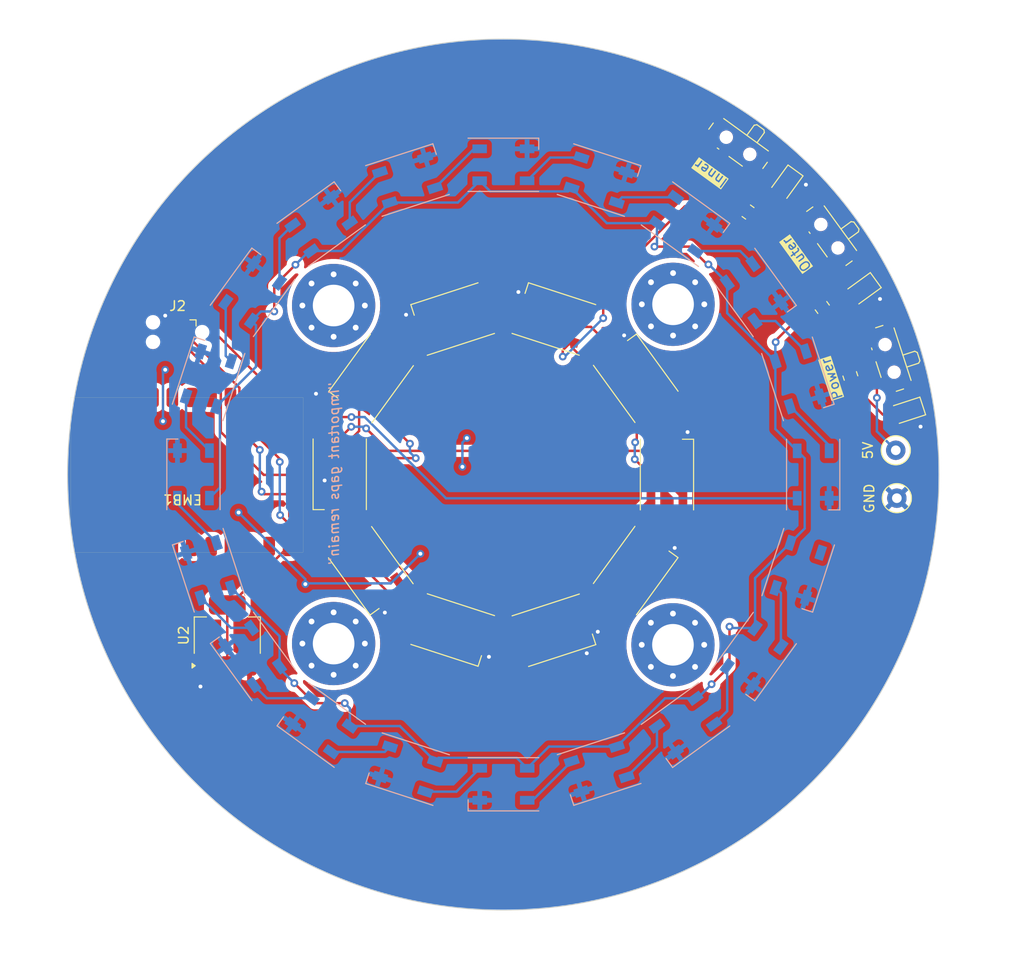
<source format=kicad_pcb>
(kicad_pcb (version 20240108) (generator "pcbnew") (generator_version "8.0")
  (layers (0 "F.Cu" signal) (31 "B.Cu" signal) (34 "B.Paste" user) (35 "F.Paste" user) (36 "B.SilkS" user "B.Silkscreen") (37 "F.SilkS" user "F.Silkscreen") (38 "B.Mask" user) (39 "F.Mask" user) (44 "Edge.Cuts" user))
  (net 0 "")
  (net 2 "+5V")
  (net 3 "Net-(D1-DOUT)")
  (net 4 "GND")
  (net 5 "/large_ring")
  (net 6 "Net-(D2-DOUT)")
  (net 7 "Net-(D3-DOUT)")
  (net 8 "Net-(D4-DOUT)")
  (net 9 "Net-(D5-DOUT)")
  (net 10 "Net-(D6-DOUT)")
  (net 11 "Net-(D7-DOUT)")
  (net 12 "Net-(D8-DOUT)")
  (net 13 "Net-(D10-DIN)")
  (net 14 "Net-(D10-DOUT)")
  (net 15 "Net-(D11-DOUT)")
  (net 16 "Net-(D12-DOUT)")
  (net 17 "Net-(D13-DOUT)")
  (net 18 "Net-(D14-DOUT)")
  (net 19 "Net-(D15-DOUT)")
  (net 20 "Net-(D16-DOUT)")
  (net 21 "Net-(D17-DOUT)")
  (net 22 "Net-(D18-DOUT)")
  (net 23 "Net-(D19-DOUT)")
  (net 24 "Net-(D21-DOUT)")
  (net 25 "/small_ring")
  (net 26 "Net-(D22-DOUT)")
  (net 27 "Net-(D23-DOUT)")
  (net 28 "Net-(D24-DOUT)")
  (net 29 "Net-(D25-DOUT)")
  (net 30 "Net-(D26-DOUT)")
  (net 31 "Net-(D27-DOUT)")
  (net 32 "Net-(D28-DOUT)")
  (net 33 "Net-(D29-DOUT)")
  (net 35 "Net-(D1-VDD)")
  (net 36 "Net-(SW1-Pad1)")
  (net 37 "Net-(D21-VDD)")
  (net 38 "Net-(D33-A)")
  (net 39 "Net-(D31-A)")
  (net 40 "Net-(D32-A)")
  (net 55 "3.3V")
  (net 56 "Net-(EMB1-SWD_IO)")
  (net 57 "Net-(EMB1-SWD_CLK)")
  (net 59 "Net-(EMB1-#RESET)")
  (footprint "LED_SMD:LED_0805_2012Metric_Pad1.15x1.40mm_HandSolder" (layer "F.Cu") (at 179.084 50.085 -126)
    (property "Reference" "D32" (hide yes))
    (property "Value" "LED")
  )
  (footprint "Button_Switch_SMD:SW_SPDT_PCM12" (layer "F.Cu") (at 189.583147 68.095922 108)
    (property "Reference" "Power")
    (property "Value" "SW_DIP_x01")
  )
  (footprint "LED_SMD:LED_0805_2012Metric_Pad1.15x1.40mm_HandSolder" (layer "F.Cu") (at 186.958 61.007 -144)
    (property "Reference" "D31" (hide yes))
    (property "Value" "LED")
  )
  (footprint "LED_SMD:LED_WS2812B_PLCC4_5.0x5.0mm_P3.2mm" (layer "F.Cu") (at 155.232516 96.084199 18)
    (property "Reference" "D29" (hide yes))
    (property "Value" "WS2812B")
  )
  (footprint "MountingHole:MountingHole_4.3mm_M4_Pad_Via" (layer "F.Cu") (at 132.480581 97.461581 90)
    (property "Reference" "H3" (hide yes))
    (property "Value" "MountingHole")
  )
  (footprint "MountingHole:MountingHole_4.3mm_M4_Pad_Via" (layer "F.Cu") (at 167.521419 97.588581 90)
    (property "Reference" "H4" (hide yes))
    (property "Value" "MountingHole")
  )
  (footprint "Library:EMB1082" (layer "F.Cu") (at 116.8775 80.03 180)
    (property "Reference" "EMB1")
    (property "Value" "~")
  )
  (footprint "Button_Switch_SMD:SW_SPDT_PCM12" (layer "F.Cu") (at 183.411617 55.563615 126)
    (property "Reference" "SW2" (hide yes))
    (property "Value" "SW_DIP_x01")
  )
  (footprint "LED_SMD:LED_WS2812B_PLCC4_5.0x5.0mm_P3.2mm" (layer "F.Cu") (at 144.775633 96.06084 -18)
    (property "Reference" "D28" (hide yes))
    (property "Value" "WS2812B")
  )
  (footprint "LED_SMD:LED_WS2812B_PLCC4_5.0x5.0mm_P3.2mm" (layer "F.Cu") (at 136.349149 70.082211 -126)
    (property "Reference" "D25" (hide yes))
    (property "Value" "WS2812B")
  )
  (footprint "LED_SMD:LED_WS2812B_PLCC4_5.0x5.0mm_P3.2mm" (layer "F.Cu") (at 155.224257 63.928698 162)
    (property "Reference" "D23" (hide yes))
    (property "Value" "WS2812B")
  )
  (footprint "Package_TO_SOT_SMD:SOT-223-3_TabPin2" (layer "F.Cu") (at 121.5 96.62 90)
    (property "Reference" "U2")
    (property "Value" "LD1117S33TR_SOT223")
  )
  (footprint "LED_SMD:LED_WS2812B_PLCC4_5.0x5.0mm_P3.2mm" (layer "F.Cu") (at 144.770988 63.931218 -162)
    (property "Reference" "D24" (hide yes))
    (property "Value" "WS2812B")
  )
  (footprint "LED_SMD:LED_WS2812B_PLCC4_5.0x5.0mm_P3.2mm" (layer "F.Cu") (at 163.677959 70.052059 126)
    (property "Reference" "D22" (hide yes))
    (property "Value" "WS2812B")
  )
  (footprint "LED_SMD:LED_WS2812B_PLCC4_5.0x5.0mm_P3.2mm" (layer "F.Cu") (at 136.320852 89.942249 -54)
    (property "Reference" "D27" (hide yes))
    (property "Value" "WS2812B")
  )
  (footprint "Resistor_SMD:R_0805_2012Metric_Pad1.20x1.40mm_HandSolder" (layer "F.Cu") (at 175.274 52.879 144)
    (property "Reference" "R8" (hide yes))
    (property "Value" "150")
  )
  (footprint "Resistor_SMD:R_0805_2012Metric_Pad1.20x1.40mm_HandSolder" (layer "F.Cu") (at 185.84 69.81 108)
    (property "Reference" "R1" (hide yes))
    (property "Value" "150")
  )
  (footprint "LED_SMD:LED_0805_2012Metric_Pad1.15x1.40mm_HandSolder" (layer "F.Cu") (at 191.545165 73.486742 -162)
    (property "Reference" "D33" (hide yes))
    (property "Value" "LED")
  )
  (footprint "MountingHole:MountingHole_4.3mm_M4_Pad_Via" (layer "F.Cu") (at 167.532581 62.409581 90)
    (property "Reference" "H2" (hide yes))
    (property "Value" "MountingHole")
  )
  (footprint "TestPoint:TestPoint_Loop_D1.80mm_Drill1.0mm_Beaded" (layer "F.Cu") (at 190.53 77.49)
    (property "Reference" "5V")
    (property "Value" "TestPoint")
  )
  (footprint "Connector:Tag-Connect_TC2030-IDC-NL_2x03_P1.27mm_Vertical" (layer "F.Cu") (at 116.37 65.285 180)
    (property "Reference" "J2")
    (property "Value" "Conn_ARM_SWD_TagConnect_TC2030-NL")
  )
  (footprint "MountingHole:MountingHole_4.3mm_M4_Pad_Via" (layer "F.Cu") (at 132.480581 62.536581 90)
    (property "Reference" "H1" (hide yes))
    (property "Value" "MountingHole")
  )
  (footprint "Button_Switch_SMD:SW_SPDT_PCM12" (layer "F.Cu") (at 174.04956 46.292551 144)
    (property "Reference" "SW3" (hide yes))
    (property "Value" "SW_DIP_x01")
  )
  (footprint "TestPoint:TestPoint_Loop_D1.80mm_Drill1.0mm_Beaded" (layer "F.Cu") (at 190.64 82.44)
    (property "Reference" "GND")
    (property "Value" "TestPoint")
  )
  (footprint "LED_SMD:LED_WS2812B_PLCC4_5.0x5.0mm_P3.2mm" (layer "F.Cu") (at 166.9 80 90)
    (property "Reference" "D21" (hide yes))
    (property "Value" "WS2812B")
  )
  (footprint "Resistor_SMD:R_0805_2012Metric_Pad1.20x1.40mm_HandSolder" (layer "F.Cu") (at 182.941215 62.737983 126)
    (property "Reference" "R7" (hide yes))
    (property "Value" "150")
  )
  (footprint "LED_SMD:LED_WS2812B_PLCC4_5.0x5.0mm_P3.2mm" (layer "F.Cu") (at 133.110886 79.973211 -90)
    (property "Reference" "D26" (hide yes))
    (property "Value" "WS2812B")
  )
  (footprint "LED_SMD:LED_WS2812B_PLCC4_5.0x5.0mm_P3.2mm" (layer "F.Cu") (at 163.673257 89.918084 54)
    (property "Reference" "D30" (hide yes))
    (property "Value" "WS2812B")
  )
  (footprint "LED_SMD:LED_WS2812B_PLCC4_5.0x5.0mm_P3.2mm" (layer "B.Cu") (at 118.006579 79.979224 90)
    (property "Reference" "D11" (hide yes))
    (property "Value" "WS2812B")
  )
  (footprint "LED_SMD:LED_WS2812B_PLCC4_5.0x5.0mm_P3.2mm" (layer "B.Cu") (at 168.818431 105.892092 -144)
    (property "Reference" "D18" (hide yes))
    (property "Value" "WS2812B")
  )
  (footprint "LED_SMD:LED_WS2812B_PLCC4_5.0x5.0mm_P3.2mm" (layer "B.Cu") (at 150.020908 111.998802 180)
    (property "Reference" "D16" (hide yes))
    (property "Value" "WS2812B")
  )
  (footprint "LED_SMD:LED_WS2812B_PLCC4_5.0x5.0mm_P3.2mm" (layer "B.Cu") (at 124.114096 61.171261 54)
    (property "Reference" "D9" (hide yes))
    (property "Value" "WS2812B")
  )
  (footprint "LED_SMD:LED_WS2812B_PLCC4_5.0x5.0mm_P3.2mm" (layer "B.Cu") (at 119.568762 70.107767 72)
    (property "Reference" "D10" (hide yes))
    (property "Value" "WS2812B")
  )
  (footprint "LED_SMD:LED_WS2812B_PLCC4_5.0x5.0mm_P3.2mm" (layer "B.Cu") (at 159.900703 110.427648 -162)
    (property "Reference" "D17" (hide yes))
    (property "Value" "WS2812B")
  )
  (footprint "LED_SMD:LED_WS2812B_PLCC4_5.0x5.0mm_P3.2mm" (layer "B.Cu") (at 175.894367 98.807184 -126)
    (property "Reference" "D19" (hide yes))
    (property "Value" "WS2812B")
  )
  (footprint "LED_SMD:LED_WS2812B_PLCC4_5.0x5.0mm_P3.2mm" (layer "B.Cu") (at 119.578079 89.887779 108)
    (property "Reference" "D12" (hide yes))
    (property "Value" "WS2812B")
  )
  (footprint "LED_SMD:LED_WS2812B_PLCC4_5.0x5.0mm_P3.2mm" (layer "B.Cu") (at 131.207587 105.880556 144)
    (property "Reference" "D14" (hide yes))
    (property "Value" "WS2812B")
  )
  (footprint "LED_SMD:LED_WS2812B_PLCC4_5.0x5.0mm_P3.2mm" (layer "B.Cu") (at 131.197189 54.12273 36)
    (property "Reference" "D8" (hide yes))
    (property "Value" "WS2812B")
  )
  (footprint "LED_SMD:LED_WS2812B_PLCC4_5.0x5.0mm_P3.2mm" (layer "B.Cu") (at 175.891378 61.188946 -54)
    (property "Reference" "D3" (hide yes))
    (property "Value" "WS2812B")
  )
  (footprint "LED_SMD:LED_WS2812B_PLCC4_5.0x5.0mm_P3.2mm" (layer "B.Cu") (at 140.118157 110.435208 162)
    (property "Reference" "D15" (hide yes))
    (property "Value" "WS2812B")
  )
  (footprint "LED_SMD:LED_WS2812B_PLCC4_5.0x5.0mm_P3.2mm" (layer "B.Cu") (at 168.821277 54.12969 -36)
    (property "Reference" "D4" (hide yes))
    (property "Value" "WS2812B")
  )
  (footprint "LED_SMD:LED_WS2812B_PLCC4_5.0x5.0mm_P3.2mm" (layer "B.Cu") (at 140.106636 49.569893 18)
    (property "Reference" "D7" (hide yes))
    (property "Value" "WS2812B")
  )
  (footprint "LED_SMD:LED_WS2812B_PLCC4_5.0x5.0mm_P3.2mm" (layer "B.Cu") (at 182 80 -90)
    (property "Reference" "D1" (hide yes))
    (property "Value" "WS2812B")
  )
  (footprint "LED_SMD:LED_WS2812B_PLCC4_5.0x5.0mm_P3.2mm" (layer "B.Cu") (at 180.453879 89.891213 -108)
    (property "Reference" "D20" (hide yes))
    (property "Value" "WS2812B")
  )
  (footprint "LED_SMD:LED_WS2812B_PLCC4_5.0x5.0mm_P3.2mm" (layer "B.Cu") (at 124.12193 98.789557 126)
    (property "Reference" "D13" (hide yes))
    (property "Value" "WS2812B")
  )
  (footprint "LED_SMD:LED_WS2812B_PLCC4_5.0x5.0mm_P3.2mm" (layer "B.Cu") (at 159.890623 49.573733 -18)
    (property "Reference" "D5" (hide yes))
    (property "Value" "WS2812B")
  )
  (footprint "LED_SMD:LED_WS2812B_PLCC4_5.0x5.0mm_P3.2mm" (layer "B.Cu") (at 150.008307 47.996217)
    (property "Reference" "D6" (hide yes))
    (property "Value" "WS2812B")
  )
  (footprint "LED_SMD:LED_WS2812B_PLCC4_5.0x5.0mm_P3.2mm" (layer "B.Cu") (at 180.421585 70.113573 -72)
    (property "Reference" "D2" (hide yes))
    (property "Value" "WS2812B")
  )
  (gr_circle (center 150 80) (end 195 80) (stroke (width 0.1)) (fill none) (layer "Edge.Cuts"))
  (gr_text "{dblquote}Important gaps remain{dblquote}" (at 133.11 70.278 90) (layer "B.SilkS") (effects (font (size 1 1) (thickness 0.15) (italic yes)) (justify left bottom mirror)))
  (gr_text "Inner" (at 173.369 49.577 144) (layer "F.SilkS" knockout) (effects (font (size 1 1)) (justify left bottom)))
  (gr_text "Outer" (at 182.005 58.594 126) (layer "F.SilkS" knockout) (effects (font (size 1 1)) (justify left bottom)))
  (segment (start 141.44 83.54) (end 145.78 79.2) (width 0.25) (layer "F.Cu") (net 2))
  (segment (start 141.44 88.18) (end 141.44 83.54) (width 0.25) (layer "F.Cu") (net 2))
  (segment (start 122.67 83.92) (end 122.67 82.3) (width 0.25) (layer "F.Cu") (net 2))
  (segment (start 123.8 97.08) (end 129.56 91.32) (width 0.25) (layer "F.Cu") (net 2))
  (segment (start 187.991373 67.824524) (end 186.565402 67.824524) (width 0.25) (layer "F.Cu") (net 2))
  (segment (start 186.565402 67.824524) (end 185.530983 68.858943) (width 0.25) (layer "F.Cu") (net 2))
  (segment (start 122.67 82.3) (end 114.86 74.49) (width 0.25) (layer "F.Cu") (net 2))
  (segment (start 123.8 99.77) (end 123.8 97.08) (width 0.25) (layer "F.Cu") (net 2))
  (via (at 122.67 83.92) (size 0.8) (drill 0.4) (layers "F.Cu" "B.Cu") (net 2))
  (via (at 141.44 88.18) (size 0.8) (drill 0.4) (layers "F.Cu" "B.Cu") (net 2))
  (via (at 115.09 69.17) (size 0.8) (drill 0.4) (layers "F.Cu" "B.Cu") (net 2))
  (via (at 114.86 74.49) (size 0.8) (drill 0.4) (layers "F.Cu" "B.Cu") (net 2))
  (via (at 145.78 79.2) (size 0.8) (drill 0.4) (layers "F.Cu" "B.Cu") (net 2))
  (via (at 146.24 76.23) (size 0.8) (drill 0.4) (layers "F.Cu" "B.Cu") (net 2))
  (via (at 129.56 91.32) (size 0.8) (drill 0.4) (layers "F.Cu" "B.Cu") (net 2))
  (segment (start 129.64 91.24) (end 138.38 91.24) (width 0.25) (layer "B.Cu") (net 2))
  (segment (start 129.56 90.81) (end 122.67 83.92) (width 0.25) (layer "B.Cu") (net 2))
  (segment (start 138.38 91.24) (end 141.44 88.18) (width 0.25) (layer "B.Cu") (net 2))
  (segment (start 129.56 91.32) (end 129.56 90.81) (width 0.25) (layer "B.Cu") (net 2))
  (segment (start 114.86 69.4) (end 115.09 69.17) (width 0.25) (layer "B.Cu") (net 2))
  (segment (start 145.78 76.69) (end 146.24 76.23) (width 0.25) (layer "B.Cu") (net 2))
  (segment (start 129.56 91.32) (end 129.64 91.24) (width 0.25) (layer "B.Cu") (net 2))
  (segment (start 145.78 79.2) (end 145.78 76.69) (width 0.25) (layer "B.Cu") (net 2))
  (segment (start 114.86 74.49) (end 114.86 69.4) (width 0.25) (layer "B.Cu") (net 2))
  (segment (start 183.65 76.994108) (end 183.65 77.55) (width 0.25) (layer "B.Cu") (net 3))
  (segment (start 179.609432 72.95354) (end 183.65 76.994108) (width 0.25) (layer "B.Cu") (net 3))
  (segment (start 130.66 71.65) (end 133.018654 71.65) (width 0.25) (layer "F.Cu") (net 4))
  (segment (start 158.072483 96.896352) (end 158.072483 97.912483) (width 0.25) (layer "F.Cu") (net 4))
  (segment (start 141.931021 63.119065) (end 140.330935 63.119065) (width 0.25) (layer "F.Cu") (net 4))
  (segment (start 152.022363 61.602363) (end 151.56 61.14) (width 0.25) (layer "F.Cu") (net 4))
  (segment (start 180.455758 49.255758) (end 181.25 50.05) (width 0.25) (layer "F.Cu") (net 4))
  (segment (start 158.072483 97.912483) (end 158.62 98.46) (width 0.25) (layer "F.Cu") (net 4))
  (segment (start 148.077175 98.387175) (end 148.52 98.83) (width 0.25) (layer "F.Cu") (net 4))
  (segment (start 187.787242 60.40452) (end 187.787242 60.747242) (width 0.25) (layer "F.Cu") (net 4))
  (segment (start 179.68648 49.255758) (end 180.455758 49.255758) (width 0.25) (layer "F.Cu") (net 4))
  (segment (start 115.1 63.59) (end 115.09 63.58) (width 0.25) (layer "F.Cu") (net 4))
  (segment (start 136.426048 92.916048) (end 137.77 94.26) (width 0.25) (layer "F.Cu") (net 4))
  (segment (start 115.1 64.65) (end 115.1 63.59) (width 0.25) (layer "F.Cu") (net 4))
  (segment (start 136.426048 92.894186) (end 136.426048 92.916048) (width 0.25) (layer "F.Cu") (net 4))
  (segment (start 146.595843 98.387175) (end 148.077175 98.387175) (width 0.25) (layer "F.Cu") (net 4))
  (segment (start 168.55 76.09) (end 169.03 75.61) (width 0.25) (layer "F.Cu") (net 4))
  (segment (start 153.404047 61.602363) (end 152.022363 61.602363) (width 0.25) (layer "F.Cu") (net 4))
  (segment (start 163.572763 67.100122) (end 163.572763 66.712763) (width 0.25) (layer "F.Cu") (net 4))
  (segment (start 130.28 72.03) (end 130.66 71.65) (width 0.25) (layer "F.Cu") (net 4))
  (segment (start 131.460886 82.423211) (end 131.460886 80.699114) (width 0.25) (layer "F.Cu") (net 4))
  (segment (start 192.52 73.17) (end 192.52 74.48) (width 0.25) (layer "F.Cu") (net 4))
  (segment (start 119.2 99.77) (end 119.2 101.43) (width 0.25) (layer "F.Cu") (net 4))
  (segment (start 166.448209 88.905838) (end 166.448209 88.831791) (width 0.25) (layer "F.Cu") (net 4))
  (segment (start 131.460886 80.699114) (end 131.55 80.61) (width 0.25) (layer "F.Cu") (net 4))
  (segment (start 187.787242 60.747242) (end 188.9 61.86) (width 0.25) (layer "F.Cu") (net 4))
  (segment (start 192.52 74.48) (end 193.09 75.05) (width 0.25) (layer "F.Cu") (net 4))
  (segment (start 166.448209 88.831791) (end 167.7 87.58) (width 0.25) (layer "F.Cu") (net 4))
  (segment (start 140.330935 63.119065) (end 139.96 63.49) (width 0.25) (layer "F.Cu") (net 4))
  (segment (start 168.55 77.55) (end 168.55 76.09) (width 0.25) (layer "F.Cu") (net 4))
  (segment (start 127.8275 72.03) (end 130.28 72.03) (width 0.25) (layer "F.Cu") (net 4))
  (segment (start 158.072483 96.896352) (end 159.103648 96.896352) (width 0.25) (layer "F.Cu") (net 4))
  (segment (start 119.2 101.43) (end 118.73 101.9) (width 0.25) (layer "F.Cu") (net 4))
  (segment (start 163.572763 66.712763) (end 162.48 65.62) (width 0.25) (layer "F.Cu") (net 4))
  (segment (start 159.103648 96.896352) (end 159.76 96.24) (width 0.25) (layer "F.Cu") (net 4))
  (segment (start 133.018654 71.65) (end 133.574197 71.094457) (width 0.25) (layer "F.Cu") (net 4))
  (via (at 169.03 75.61) (size 0.8) (drill 0.4) (layers "F.Cu" "B.Cu") (net 4))
  (via (at 139.96 63.49) (size 0.8) (drill 0.4) (layers "F.Cu" "B.Cu") (net 4))
  (via (at 158.62 98.46) (size 0.8) (drill 0.4) (layers "F.Cu" "B.Cu") (net 4))
  (via (at 181.25 50.05) (size 0.8) (drill 0.4) (layers "F.Cu" "B.Cu") (net 4))
  (via (at 162.48 65.62) (size 0.8) (drill 0.4) (layers "F.Cu" "B.Cu") (net 4))
  (via (at 188.9 61.86) (size 0.8) (drill 0.4) (layers "F.Cu" "B.Cu") (net 4))
  (via (at 151.56 61.14) (size 0.8) (drill 0.4) (layers "F.Cu" "B.Cu") (net 4))
  (via (at 130.66 71.65) (size 0.8) (drill 0.4) (layers "F.Cu" "B.Cu") (net 4))
  (via (at 167.7 87.58) (size 0.8) (drill 0.4) (layers "F.Cu" "B.Cu") (net 4))
  (via (at 137.77 94.26) (size 0.8) (drill 0.4) (layers "F.Cu" "B.Cu") (net 4))
  (via (at 115.09 63.58) (size 0.8) (drill 0.4) (layers "F.Cu" "B.Cu") (net 4))
  (via (at 193.09 75.05) (size 0.8) (drill 0.4) (layers "F.Cu" "B.Cu") (net 4))
  (via (at 159.76 96.24) (size 0.8) (drill 0.4) (layers "F.Cu" "B.Cu") (net 4))
  (via (at 148.52 98.83) (size 0.8) (drill 0.4) (layers "F.Cu" "B.Cu") (net 4))
  (via (at 131.55 80.61) (size 0.8) (drill 0.4) (layers "F.Cu" "B.Cu") (net 4))
  (via (at 118.73 101.9) (size 0.8) (drill 0.4) (layers "F.Cu" "B.Cu") (net 4))
  (segment (start 128.7775 78.03) (end 127.4525 76.705) (width 0.25) (layer "F.Cu") (net 5))
  (segment (start 127.4525 76.705) (end 127.4525 75.471114) (width 0.25) (layer "F.Cu") (net 5))
  (segment (start 127.4525 75.471114) (end 128.863395 74.060219) (width 0.25) (layer "F.Cu") (net 5))
  (segment (start 128.863395 74.060219) (end 134.321048 74.060219) (width 0.25) (layer "F.Cu") (net 5))
  (via (at 134.321048 74.060219) (size 0.8) (drill 0.4) (layers "F.Cu" "B.Cu") (net 5))
  (segment (start 135.691699 74.060219) (end 144.08148 82.45) (width 0.25) (layer "B.Cu") (net 5))
  (segment (start 144.08148 82.45) (end 180.35 82.45) (width 0.25) (layer "B.Cu") (net 5))
  (segment (start 134.321048 74.060219) (end 135.691699 74.060219) (width 0.25) (layer "B.Cu") (net 5))
  (segment (start 181.233738 67.273606) (end 178.101015 64.140883) (width 0.25) (layer "B.Cu") (net 6))
  (segment (start 178.101015 64.140883) (end 175.996574 64.140883) (width 0.25) (layer "B.Cu") (net 6))
  (segment (start 174.453815 56.904642) (end 169.833523 56.904642) (width 0.25) (layer "B.Cu") (net 7))
  (segment (start 175.786182 58.237009) (end 174.453815 56.904642) (width 0.25) (layer "B.Cu") (net 7))
  (segment (start 162.256163 51.354738) (end 161.710833 51.900068) (width 0.25) (layer "B.Cu") (net 8))
  (segment (start 167.809031 51.354738) (end 162.256163 51.354738) (width 0.25) (layer "B.Cu") (net 8))
  (segment (start 154.857126 47.247398) (end 152.458307 49.646217) (width 0.25) (layer "B.Cu") (net 9))
  (segment (start 158.070413 47.247398) (end 154.857126 47.247398) (width 0.25) (layer "B.Cu") (net 9))
  (segment (start 146.982432 46.346217) (end 142.946603 50.382046) (width 0.25) (layer "B.Cu") (net 10))
  (segment (start 147.558307 46.346217) (end 146.982432 46.346217) (width 0.25) (layer "B.Cu") (net 10))
  (segment (start 137.266669 48.75774) (end 134.149126 51.875283) (width 0.25) (layer "B.Cu") (net 11))
  (segment (start 134.149126 51.875283) (end 134.149126 54.017534) (width 0.25) (layer "B.Cu") (net 11))
  (segment (start 126.889048 55.58413) (end 126.889048 60.159015) (width 0.25) (layer "B.Cu") (net 12))
  (segment (start 128.245252 54.227926) (end 126.889048 55.58413) (width 0.25) (layer "B.Cu") (net 12))
  (segment (start 121.339144 62.183507) (end 121.339144 67.731604) (width 0.25) (layer "B.Cu") (net 13))
  (segment (start 121.339144 67.731604) (end 121.895097 68.287557) (width 0.25) (layer "B.Cu") (net 13))
  (segment (start 117.242427 71.927977) (end 117.242427 75.115072) (width 0.25) (layer "B.Cu") (net 14))
  (segment (start 117.242427 75.115072) (end 119.656579 77.529224) (width 0.25) (layer "B.Cu") (net 14))
  (segment (start 116.356579 83.014159) (end 120.390232 87.047812) (width 0.25) (layer "B.Cu") (net 15))
  (segment (start 116.356579 82.429224) (end 116.356579 83.014159) (width 0.25) (layer "B.Cu") (net 15))
  (segment (start 121.8758 95.83762) (end 124.016734 95.83762) (width 0.25) (layer "B.Cu") (net 16))
  (segment (start 118.765926 92.727746) (end 121.8758 95.83762) (width 0.25) (layer "B.Cu") (net 16))
  (segment (start 124.227126 101.741494) (end 125.591236 103.105604) (width 0.25) (layer "B.Cu") (net 17))
  (segment (start 125.591236 103.105604) (end 130.195341 103.105604) (width 0.25) (layer "B.Cu") (net 17))
  (segment (start 132.219833 108.655508) (end 137.751312 108.655508) (width 0.25) (layer "B.Cu") (net 18))
  (segment (start 137.751312 108.655508) (end 138.297947 108.108873) (width 0.25) (layer "B.Cu") (net 18))
  (segment (start 141.938367 112.761543) (end 145.158167 112.761543) (width 0.25) (layer "B.Cu") (net 19))
  (segment (start 145.158167 112.761543) (end 147.570908 110.348802) (width 0.25) (layer "B.Cu") (net 19))
  (segment (start 153.027429 113.648802) (end 157.060736 109.615495) (width 0.25) (layer "B.Cu") (net 20))
  (segment (start 152.470908 113.648802) (end 153.027429 113.648802) (width 0.25) (layer "B.Cu") (net 20))
  (segment (start 165.866494 108.113977) (end 165.866494 105.997288) (width 0.25) (layer "B.Cu") (net 21))
  (segment (start 162.74067 111.239801) (end 165.866494 108.113977) (width 0.25) (layer "B.Cu") (net 21))
  (segment (start 171.770368 105.786896) (end 173.119415 104.437849) (width 0.25) (layer "B.Cu") (net 22))
  (segment (start 173.119415 104.437849) (end 173.119415 99.81943) (width 0.25) (layer "B.Cu") (net 22))
  (segment (start 178.669319 97.794938) (end 178.669319 92.253198) (width 0.25) (layer "B.Cu") (net 23))
  (segment (start 178.669319 92.253198) (end 178.127544 91.711423) (width 0.25) (layer "B.Cu") (net 23))
  (segment (start 166.025 73.655) (end 161.96 69.59) (width 0.25) (layer "F.Cu") (net 24))
  (segment (start 161.453194 69.59) (end 160.903007 69.039813) (width 0.25) (layer "F.Cu") (net 24))
  (segment (start 166.025 79.925) (end 166.025 73.655) (width 0.25) (layer "F.Cu") (net 24))
  (segment (start 161.96 69.59) (end 161.453194 69.59) (width 0.25) (layer "F.Cu") (net 24))
  (segment (start 168.55 82.45) (end 166.025 79.925) (width 0.25) (layer "F.Cu") (net 24))
  (segment (start 138.156175 77.55) (end 165.25 77.55) (width 0.25) (layer "F.Cu") (net 25))
  (segment (start 133.33 76.03) (end 134.3 75.06) (width 0.25) (layer "F.Cu") (net 25))
  (segment (start 128.7775 76.03) (end 133.33 76.03) (width 0.25) (layer "F.Cu") (net 25))
  (segment (start 135.839056 75.232881) (end 138.156175 77.55) (width 0.25) (layer "F.Cu") (net 25))
  (via (at 135.839056 75.232881) (size 0.8) (drill 0.4) (layers "F.Cu" "B.Cu") (net 25))
  (via (at 134.3 75.06) (size 0.8) (drill 0.4) (layers "F.Cu" "B.Cu") (net 25))
  (segment (start 134.3 75.06) (end 135.666175 75.06) (width 0.25) (layer "B.Cu") (net 25))
  (segment (start 135.666175 75.06) (end 135.839056 75.232881) (width 0.25) (layer "B.Cu") (net 25))
  (segment (start 159.050851 64.740851) (end 152.38429 64.740851) (width 0.25) (layer "F.Cu") (net 26))
  (segment (start 166.452911 71.064305) (end 165.374305 71.064305) (width 0.25) (layer "F.Cu") (net 26))
  (segment (start 165.374305 71.064305) (end 159.050851 64.740851) (width 0.25) (layer "F.Cu") (net 26))
  (segment (start 145.87 63.53) (end 145.678331 63.53) (width 0.25) (layer "F.Cu") (net 27))
  (segment (start 158.064224 63.116545) (end 146.283455 63.116545) (width 0.25) (layer "F.Cu") (net 27))
  (segment (start 146.283455 63.116545) (end 145.87 63.53) (width 0.25) (layer "F.Cu") (net 27))
  (segment (start 145.678331 63.53) (end 142.950778 66.257553) (width 0.25) (layer "F.Cu") (net 27))
  (segment (start 143.296081 64.9) (end 139.92 64.9) (width 0.25) (layer "F.Cu") (net 28))
  (segment (start 136.243953 71.023953) (end 136.243953 73.034148) (width 0.25) (layer "F.Cu") (net 28))
  (segment (start 136.14 70.92) (end 136.243953 71.023953) (width 0.25) (layer "F.Cu") (net 28))
  (segment (start 136.14 70.75) (end 136.14 70.92) (width 0.25) (layer "F.Cu") (net 28))
  (segment (start 137.994204 68.895796) (end 136.14 70.75) (width 0.25) (layer "F.Cu") (net 28))
  (segment (start 146.591198 61.604883) (end 143.296081 64.9) (width 0.25) (layer "F.Cu") (net 28))
  (segment (start 139.92 64.9) (end 137.994204 66.825796) (width 0.25) (layer "F.Cu") (net 28))
  (segment (start 137.994204 66.825796) (end 137.994204 68.895796) (width 0.25) (layer "F.Cu") (net 28))
  (segment (start 135.114056 68.470563) (end 135.114056 75.495944) (width 0.25) (layer "F.Cu") (net 29))
  (segment (start 133.985886 79.411815) (end 134.760886 80.186815) (width 0.25) (layer "F.Cu") (net 29))
  (segment (start 136.454345 67.130274) (end 135.114056 68.470563) (width 0.25) (layer "F.Cu") (net 29))
  (segment (start 135.114056 75.495944) (end 133.985886 76.624114) (width 0.25) (layer "F.Cu") (net 29))
  (segment (start 134.760886 80.186815) (end 134.760886 82.423211) (width 0.25) (layer "F.Cu") (net 29))
  (segment (start 133.985886 76.624114) (end 133.985886 79.411815) (width 0.25) (layer "F.Cu") (net 29))
  (segment (start 133.985886 80.048211) (end 133.985886 86.735886) (width 0.25) (layer "F.Cu") (net 30))
  (segment (start 138.204495 90.954495) (end 139.095804 90.954495) (width 0.25) (layer "F.Cu") (net 30))
  (segment (start 133.985886 86.735886) (end 138.204495 90.954495) (width 0.25) (layer "F.Cu") (net 30))
  (segment (start 131.460886 77.523211) (end 133.985886 80.048211) (width 0.25) (layer "F.Cu") (net 30))
  (segment (start 133.5459 88.930003) (end 134.880003 88.930003) (width 0.25) (layer "F.Cu") (net 31))
  (segment (start 141.71 95.76) (end 147.104287 95.76) (width 0.25) (layer "F.Cu") (net 31))
  (segment (start 147.104287 95.76) (end 147.6156 95.248687) (width 0.25) (layer "F.Cu") (net 31))
  (segment (start 134.880003 88.930003) (end 141.71 95.76) (width 0.25) (layer "F.Cu") (net 31))
  (segment (start 154.5 95.59) (end 155.22059 95.59) (width 0.25) (layer "F.Cu") (net 32))
  (segment (start 141.935666 96.872993) (end 153.217007 96.872993) (width 0.25) (layer "F.Cu") (net 32))
  (segment (start 155.22059 95.59) (end 157.052726 93.757864) (width 0.25) (layer "F.Cu") (net 32))
  (segment (start 153.217007 96.872993) (end 154.5 95.59) (width 0.25) (layer "F.Cu") (net 32))
  (segment (start 156.70284 95.12) (end 158.63 95.12) (width 0.25) (layer "F.Cu") (net 33))
  (segment (start 163.778453 89.971547) (end 163.778453 86.966147) (width 0.25) (layer "F.Cu") (net 33))
  (segment (start 158.63 95.12) (end 163.778453 89.971547) (width 0.25) (layer "F.Cu") (net 33))
  (segment (start 153.412306 98.410534) (end 156.70284 95.12) (width 0.25) (layer "F.Cu") (net 33))
  (segment (start 178.13 66.32) (end 178.13 66.152396) (width 0.25) (layer "F.Cu") (net 35))
  (segment (start 171.06 58.29) (end 169.22 56.45) (width 0.25) (layer "F.Cu") (net 35))
  (segment (start 182.35343 61.928966) (end 182.35343 59.448246) (width 0.25) (layer "F.Cu") (net 35))
  (segment (start 169.22 56.45) (end 165.61 56.45) (width 0.25) (layer "F.Cu") (net 35))
  (segment (start 128.42 101.55) (end 130.49 103.62) (width 0.25) (layer "F.Cu") (net 35))
  (segment (start 126.35 60.51) (end 126.35 63.15) (width 0.25) (layer "F.Cu") (net 35))
  (segment (start 130.49 103.62) (end 133.63 103.62) (width 0.25) (layer "F.Cu") (net 35))
  (segment (start 171.51 101.66) (end 173.36 99.81) (width 0.25) (layer "F.Cu") (net 35))
  (segment (start 178.13 66.152396) (end 182.35343 61.928966) (width 0.25) (layer "F.Cu") (net 35))
  (segment (start 173.36 99.81) (end 173.36 95.71) (width 0.25) (layer "F.Cu") (net 35))
  (segment (start 182.35343 59.448246) (end 183.57724 58.224436) (width 0.25) (layer "F.Cu") (net 35))
  (segment (start 171.18 58.29) (end 171.06 58.29) (width 0.25) (layer "F.Cu") (net 35))
  (segment (start 128.54 58.32) (end 126.35 60.51) (width 0.25) (layer "F.Cu") (net 35))
  (via (at 128.54 58.32) (size 0.8) (drill 0.4) (layers "F.Cu" "B.Cu") (net 35))
  (via (at 126.35 63.15) (size 0.8) (drill 0.4) (layers "F.Cu" "B.Cu") (net 35))
  (via (at 173.36 95.71) (size 0.8) (drill 0.4) (layers "F.Cu" "B.Cu") (net 35))
  (via (at 165.61 56.45) (size 0.8) (drill 0.4) (layers "F.Cu" "B.Cu") (net 35))
  (via (at 133.63 103.62) (size 0.8) (drill 0.4) (layers "F.Cu" "B.Cu") (net 35))
  (via (at 171.51 101.66) (size 0.8) (drill 0.4) (layers "F.Cu" "B.Cu") (net 35))
  (via (at 171.18 58.29) (size 0.8) (drill 0.4) (layers "F.Cu" "B.Cu") (net 35))
  (via (at 178.13 66.32) (size 0.8) (drill 0.4) (layers "F.Cu" "B.Cu") (net 35))
  (via (at 128.42 101.55) (size 0.8) (drill 0.4) (layers "F.Cu" "B.Cu") (net 35))
  (segment (start 134.159524 105.985752) (end 139.320821 105.985752) (width 0.25) (layer "B.Cu") (net 35))
  (segment (start 165.86934 56.19066) (end 165.86934 54.024494) (width 0.25) (layer "B.Cu") (net 35))
  (segment (start 145.308296 51.896228) (end 138.286426 51.896228) (width 0.25) (layer "B.Cu") (net 35))
  (segment (start 181.125 85.567972) (end 181.125 78.325) (width 0.25) (layer "B.Cu") (net 35))
  (segment (start 120.738037 81.347766) (end 119.656579 82.429224) (width 0.25) (layer "B.Cu") (net 35))
  (segment (start 152.470908 110.348802) (end 154.718397 108.101313) (width 0.25) (layer "B.Cu") (net 35))
  (segment (start 129.962318 56.897682) (end 128.54 58.32) (width 0.25) (layer "B.Cu") (net 35))
  (segment (start 178.09525 66.35475) (end 178.13 66.32) (width 0.25) (layer "B.Cu") (net 35))
  (segment (start 134.159524 104.149524) (end 134.159524 105.985752) (width 0.25) (layer "B.Cu") (net 35))
  (segment (start 180.35 77.55) (end 180.59417 77.30583) (width 0.25) (layer "B.Cu") (net 35))
  (segment (start 124.4603 64.574598) (end 124.4603 68.868349) (width 0.25) (layer "B.Cu") (net 35))
  (segment (start 165.86934 54.024494) (end 160.689264 54.024494) (width 0.25) (layer "B.Cu") (net 35))
  (segment (start 157.050656 50.385886) (end 156.693534 50.743008) (width 0.25) (layer "B.Cu") (net 35))
  (segment (start 160.689264 54.024494) (end 157.050656 50.385886) (width 0.25) (layer "B.Cu") (net 35))
  (segment (start 139.320821 105.985752) (end 142.958124 109.623055) (width 0.25) (layer "B.Cu") (net 35))
  (segment (start 165.61 56.45) (end 165.86934 56.19066) (width 0.25) (layer "B.Cu") (net 35))
  (segment (start 178.09525 75.29525) (end 178.09525 68.293363) (width 0.25) (layer "B.Cu") (net 35))
  (segment (start 124.4603 68.868349) (end 120.380915 72.947734) (width 0.25) (layer "B.Cu") (net 35))
  (segment (start 169.830677 103.11714) (end 170.05286 103.11714) (width 0.25) (layer "B.Cu") (net 35))
  (segment (start 120.380915 72.947734) (end 120.738037 73.304856) (width 0.25) (layer "B.Cu") (net 35))
  (segment (start 171.229726 58.29) (end 171.18 58.29) (width 0.25) (layer "B.Cu") (net 35))
  (segment (start 124.0089 64.123198) (end 124.4603 64.574598) (width 0.25) (layer "B.Cu") (net 35))
  (segment (start 154.718397 108.101313) (end 161.720913 108.101313) (width 0.25) (layer "B.Cu") (net 35))
  (segment (start 175.999563 90.693409) (end 179.641726 87.051246) (width 0.25) (layer "B.Cu") (net 35))
  (segment (start 178.09525 68.293363) (end 178.09525 66.35475) (width 0.25) (layer "B.Cu") (net 35))
  (segment (start 121.904414 91.707989) (end 126.896882 96.700457) (width 0.25) (layer "B.Cu") (net 35))
  (segment (start 143.315246 109.265933) (end 151.388039 109.265933) (width 0.25) (layer "B.Cu") (net 35))
  (segment (start 173.116426 63.314539) (end 178.09525 68.293363) (width 0.25) (layer "B.Cu") (net 35))
  (segment (start 126.896882 96.700457) (end 126.896882 99.801803) (width 0.25) (layer "B.Cu") (net 35))
  (segment (start 133.284972 56.897682) (end 130.184943 56.897682) (width 0.25) (layer "B.Cu") (net 35))
  (segment (start 142.958124 109.623055) (end 143.315246 109.265933) (width 0.25) (layer "B.Cu") (net 35))
  (segment (start 151.388039 109.265933) (end 152.470908 110.348802) (width 0.25) (layer "B.Cu") (net 35))
  (segment (start 147.558307 49.646217) (end 145.308296 51.896228) (width 0.25) (layer "B.Cu") (net 35))
  (segment (start 173.505247 95.855247) (end 175.999563 95.855247) (width 0.25) (layer "B.Cu") (net 35))
  (segment (start 133.63 103.62) (end 134.159524 104.149524) (width 0.25) (layer "B.Cu") (net 35))
  (segment (start 124.982098 63.15) (end 124.0089 64.123198) (width 0.25) (layer "B.Cu") (net 35))
  (segment (start 148.655098 50.743008) (end 147.558307 49.646217) (width 0.25) (layer "B.Cu") (net 35))
  (segment (start 170.05286 103.11714) (end 171.51 101.66) (width 0.25) (layer "B.Cu") (net 35))
  (segment (start 173.36 95.71) (end 173.505247 95.855247) (width 0.25) (layer "B.Cu") (net 35))
  (segment (start 179.641726 87.051246) (end 181.125 85.567972) (width 0.25) (layer "B.Cu") (net 35))
  (segment (start 173.116426 60.1767) (end 171.229726 58.29) (width 0.25) (layer "B.Cu") (net 35))
  (segment (start 181.125 78.325) (end 180.35 77.55) (width 0.25) (layer "B.Cu") (net 35))
  (segment (start 173.116426 60.1767) (end 173.116426 63.314539) (width 0.25) (layer "B.Cu") (net 35))
  (segment (start 126.896882 99.801803) (end 126.896882 100.026882) (width 0.25) (layer "B.Cu") (net 35))
  (segment (start 156.693534 50.743008) (end 148.655098 50.743008) (width 0.25) (layer "B.Cu") (net 35))
  (segment (start 161.720913 108.101313) (end 166.705086 103.11714) (width 0.25) (layer "B.Cu") (net 35))
  (segment (start 166.705086 103.11714) (end 169.830677 103.11714) (width 0.25) (layer "B.Cu") (net 35))
  (segment (start 126.35 63.15) (end 124.982098 63.15) (width 0.25) (layer "B.Cu") (net 35))
  (segment (start 126.896882 100.026882) (end 128.42 101.55) (width 0.25) (layer "B.Cu") (net 35))
  (segment (start 180.35 77.55) (end 178.09525 75.29525) (width 0.25) (layer "B.Cu") (net 35))
  (segment (start 175.999563 95.855247) (end 175.999563 90.693409) (width 0.25) (layer "B.Cu") (net 35))
  (segment (start 120.738037 73.304856) (end 120.738037 81.347766) (width 0.25) (layer "B.Cu") (net 35))
  (segment (start 138.286426 51.896228) (end 133.284972 56.897682) (width 0.25) (layer "B.Cu") (net 35))
  (segment (start 130.184943 56.897682) (end 129.962318 56.897682) (width 0.25) (layer "B.Cu") (net 35))
  (segment (start 188.58 71.016117) (end 188.918424 70.677693) (width 0.25) (layer "F.Cu") (net 36))
  (segment (start 188.58 72.07) (end 188.58 71.016117) (width 0.25) (layer "F.Cu") (net 36))
  (via (at 188.58 72.07) (size 0.8) (drill 0.4) (layers "F.Cu" "B.Cu") (net 36))
  (segment (start 188.58 75.54) (end 188.58 72.07) (width 0.25) (layer "B.Cu") (net 36))
  (segment (start 190.53 77.49) (end 188.58 75.54) (width 0.25) (layer "B.Cu") (net 36))
  (segment (start 134.435886 77.523211) (end 134.435886 76.81051) (width 0.25) (layer "F.Cu") (net 37))
  (segment (start 147.610955 64.743371) (end 143.284361 69.069965) (width 0.25) (layer "F.Cu") (net 37))
  (segment (start 156.14 67.81) (end 156.14 67.1595) (width 0.25) (layer "F.Cu") (net 37))
  (segment (start 160.32 60.714695) (end 160.32 63.84) (width 0.25) (layer "F.Cu") (net 37))
  (segment (start 140.963393 78.306607) (end 135.544282 78.306607) (width 0.25) (layer "F.Cu") (net 37))
  (segment (start 142.955423 93.173848) (end 142.955423 93.734505) (width 0.25) (layer "F.Cu") (net 37))
  (segment (start 150.855008 93.734505) (end 152.392549 95.272046) (width 0.25) (layer "F.Cu") (net 37))
  (segment (start 165.25 82.45) (end 165.25 80.09) (width 0.25) (layer "F.Cu") (net 37))
  (segment (start 136.215656 86.990312) (end 136.771887 86.990312) (width 0.25) (layer "F.Cu") (net 37))
  (segment (start 156.14 67.1595) (end 157.044467 66.255033) (width 0.25) (layer "F.Cu") (net 37))
  (segment (start 174.464983 52.291215) (end 174.464983 49.336294) (width 0.25) (layer "F.Cu") (net 37))
  (segment (start 157.044467 66.255033) (end 149.122617 66.255033) (width 0.25) (layer "F.Cu") (net 37))
  (segment (start 168.74348 52.291215) (end 160.32 60.714695) (width 0.25) (layer "F.Cu") (net 37))
  (segment (start 135.544282 78.306607) (end 134.760886 77.523211) (width 0.25) (layer "F.Cu") (net 37))
  (segment (start 160.898305 86.801695) (end 165.25 82.45) (width 0.25) (layer "F.Cu") (net 37))
  (segment (start 142.955423 93.734505) (end 150.855008 93.734505) (width 0.25) (layer "F.Cu") (net 37))
  (segment (start 139.124101 75.574101) (end 140.36 76.81) (width 0.25) (layer "F.Cu") (net 37))
  (segment (start 163.62 76.67) (end 163.783155 76.506845) (width 0.25) (layer "F.Cu") (net 37))
  (segment (start 163.226924 73.003996) (end 157.044467 66.821539) (width 0.25) (layer "F.Cu") (net 37))
  (segment (start 143.284361 69.069965) (end 139.124101 69.069965) (width 0.25) (layer "F.Cu") (net 37))
  (segment (start 163.783155 73.003996) (end 163.226924 73.003996) (width 0.25) (layer "F.Cu") (net 37))
  (segment (start 174.464983 52.291215) (end 168.74348 52.291215) (width 0.25) (layer "F.Cu") (net 37))
  (segment (start 136.771887 86.990312) (end 142.955423 93.173848) (width 0.25) (layer "F.Cu") (net 37))
  (segment (start 174.464983 49.336294) (end 175.029315 48.771962) (width 0.25) (layer "F.Cu") (net 37))
  (segment (start 160.898305 90.93033) (end 160.898305 86.801695) (width 0.25) (layer "F.Cu") (net 37))
  (segment (start 139.124101 69.069965) (end 139.124101 75.574101) (width 0.25) (layer "F.Cu") (net 37))
  (segment (start 163.783155 76.506845) (end 163.783155 73.003996) (width 0.25) (layer "F.Cu") (net 37))
  (segment (start 149.122617 66.255033) (end 147.610955 64.743371) (width 0.25) (layer "F.Cu") (net 37))
  (segment (start 152.392549 95.272046) (end 156.734265 90.93033) (width 0.25) (layer "F.Cu") (net 37))
  (segment (start 134.760886 77.523211) (end 134.435886 77.523211) (width 0.25) (layer "F.Cu") (net 37))
  (segment (start 156.734265 90.93033) (end 160.898305 90.93033) (width 0.25) (layer "F.Cu") (net 37))
  (segment (start 165.25 80.09) (end 163.58 78.42) (width 0.25) (layer "F.Cu") (net 37))
  (segment (start 157.044467 66.821539) (end 157.044467 66.255033) (width 0.25) (layer "F.Cu") (net 37))
  (via (at 156.14 67.81) (size 0.8) (drill 0.4) (layers "F.Cu" "B.Cu") (net 37))
  (via (at 160.32 63.84) (size 0.8) (drill 0.4) (layers "F.Cu" "B.Cu") (net 37))
  (via (at 163.58 78.42) (size 0.8) (drill 0.4) (layers "F.Cu" "B.Cu") (net 37))
  (via (at 140.963393 78.306607) (size 0.8) (drill 0.4) (layers "F.Cu" "B.Cu") (net 37))
  (via (at 163.62 76.67) (size 0.8) (drill 0.4) (layers "F.Cu" "B.Cu") (net 37))
  (via (at 140.36 76.81) (size 0.8) (drill 0.4) (layers "F.Cu" "B.Cu") (net 37))
  (segment (start 163.58 78.42) (end 163.58 76.71) (width 0.25) (layer "B.Cu") (net 37))
  (segment (start 140.36 76.81) (end 140.36 77.703214) (width 0.25) (layer "B.Cu") (net 37))
  (segment (start 156.35 67.81) (end 156.14 67.81) (width 0.25) (layer "B.Cu") (net 37))
  (segment (start 163.58 76.71) (end 163.62 76.67) (width 0.25) (layer "B.Cu") (net 37))
  (segment (start 160.32 63.84) (end 156.35 67.81) (width 0.25) (layer "B.Cu") (net 37))
  (segment (start 140.36 77.703214) (end 140.963393 78.306607) (width 0.25) (layer "B.Cu") (net 37))
  (segment (start 190.57033 73.803484) (end 189.191444 73.803484) (width 0.25) (layer "F.Cu") (net 38))
  (segment (start 189.191444 73.803484) (end 186.149017 70.761057) (width 0.25) (layer "F.Cu") (net 38))
  (segment (start 186.128758 61.60948) (end 184.191238 63.547) (width 0.25) (layer "F.Cu") (net 39))
  (segment (start 184.191238 63.547) (end 183.529 63.547) (width 0.25) (layer "F.Cu") (net 39))
  (segment (start 178.48152 51.068282) (end 178.48152 50.914242) (width 0.25) (layer "F.Cu") (net 40))
  (segment (start 176.083017 53.466785) (end 178.48152 51.068282) (width 0.25) (layer "F.Cu") (net 40))
  (segment (start 118.033699 64.256301) (end 119.136301 64.256301) (width 0.25) (layer "F.Cu") (net 55))
  (segment (start 126.92 78.38) (end 126.92 78.69) (width 0.25) (layer "F.Cu") (net 55))
  (segment (start 117.64 64.65) (end 118.033699 64.256301) (width 0.25) (layer "F.Cu") (net 55))
  (segment (start 121.5 99.77) (end 121.5 93.47) (width 0.25) (layer "F.Cu") (net 55))
  (segment (start 126.96 84.19) (end 127.8275 85.0575) (width 0.25) (layer "F.Cu") (net 55))
  (segment (start 126.9 78.67) (end 126.92 78.69) (width 0.25) (layer "F.Cu") (net 55))
  (segment (start 121.7875 93.47) (end 121.5 93.47) (width 0.25) (layer "F.Cu") (net 55))
  (segment (start 119.136301 64.256301) (end 124.9025 70.0225) (width 0.25) (layer "F.Cu") (net 55))
  (segment (start 127.8275 85.0575) (end 127.8275 87.43) (width 0.25) (layer "F.Cu") (net 55))
  (segment (start 127.8275 87.43) (end 121.7875 93.47) (width 0.25) (layer "F.Cu") (net 55))
  (segment (start 124.9025 76.3625) (end 126.92 78.38) (width 0.25) (layer "F.Cu") (net 55))
  (segment (start 124.9025 70.0225) (end 124.9025 76.3625) (width 0.25) (layer "F.Cu") (net 55))
  (via (at 126.92 78.69) (size 0.8) (drill 0.4) (layers "F.Cu" "B.Cu") (net 55))
  (via (at 126.96 84.19) (size 0.8) (drill 0.4) (layers "F.Cu" "B.Cu") (net 55))
  (segment (start 126.92 78.69) (end 126.92 84.15) (width 0.25) (layer "B.Cu") (net 55))
  (segment (start 126.92 84.15) (end 126.96 84.19) (width 0.25) (layer "B.Cu") (net 55))
  (segment (start 117.64 65.92) (end 122.7525 71.0325) (width 0.25) (layer "F.Cu") (net 56))
  (segment (start 122.7525 71.0325) (end 122.7525 75.3425) (width 0.25) (layer "F.Cu") (net 56))
  (segment (start 125.3 82.03) (end 128.7775 82.03) (width 0.25) (layer "F.Cu") (net 56))
  (segment (start 122.7525 75.3425) (end 124.86 77.45) (width 0.25) (layer "F.Cu") (net 56))
  (segment (start 125.04 81.77) (end 125.3 82.03) (width 0.25) (layer "F.Cu") (net 56))
  (via (at 125.04 81.77) (size 0.8) (drill 0.4) (layers "F.Cu" "B.Cu") (net 56))
  (via (at 124.86 77.45) (size 0.8) (drill 0.4) (layers "F.Cu" "B.Cu") (net 56))
  (segment (start 124.86 77.45) (end 124.86 81.59) (width 0.25) (layer "B.Cu") (net 56))
  (segment (start 124.86 81.59) (end 125.04 81.77) (width 0.25) (layer "B.Cu") (net 56))
  (segment (start 120.83 75.6) (end 125.26 80.03) (width 0.25) (layer "F.Cu") (net 57))
  (segment (start 125.26 80.03) (end 128.7775 80.03) (width 0.25) (layer "F.Cu") (net 57))
  (segment (start 116.37 65.92) (end 120.83 70.38) (width 0.25) (layer "F.Cu") (net 57))
  (segment (start 120.83 70.38) (end 120.83 75.6) (width 0.25) (layer "F.Cu") (net 57))
  (segment (start 113.705 62.855) (end 112.902501 63.657499) (width 0.25) (layer "F.Cu") (net 59))
  (segment (start 115.390305 62.855) (end 113.705 62.855) (width 0.25) (layer "F.Cu") (net 59))
  (segment (start 116.37 63.834695) (end 115.390305 62.855) (width 0.25) (layer "F.Cu") (net 59))
  (segment (start 112.902501 86.505001) (end 113.8275 87.43) (width 0.25) (layer "F.Cu") (net 59))
  (segment (start 112.902501 63.657499) (end 112.902501 86.505001) (width 0.25) (layer "F.Cu") (net 59))
  (segment (start 116.37 64.65) (end 116.37 63.834695) (width 0.25) (layer "F.Cu") (net 59))
  (zone (net 2) (net_name "+5V") (layer "F.Cu") (priority 1) (connect_pads (clearance 0.508)) (min_thickness 0.25) (fill yes (thermal_gap 0.5) (thermal_bridge_width 0.5))
    (polygon (pts (xy 100.68 32.73) (xy 202.9 30.97) (xy 203.78 128.62) (xy 98.03 129.65)))
  )
  (zone (net 4) (net_name "GND") (layers "F&B.Cu") (connect_pads (clearance 0.508)) (min_thickness 0.25) (fill yes (thermal_gap 0.5) (thermal_bridge_width 0.5))
    (polygon (pts (xy 100.68 32.73) (xy 202.9 30.97) (xy 203.78 128.62) (xy 98.03 129.65)))
  )
)
</source>
